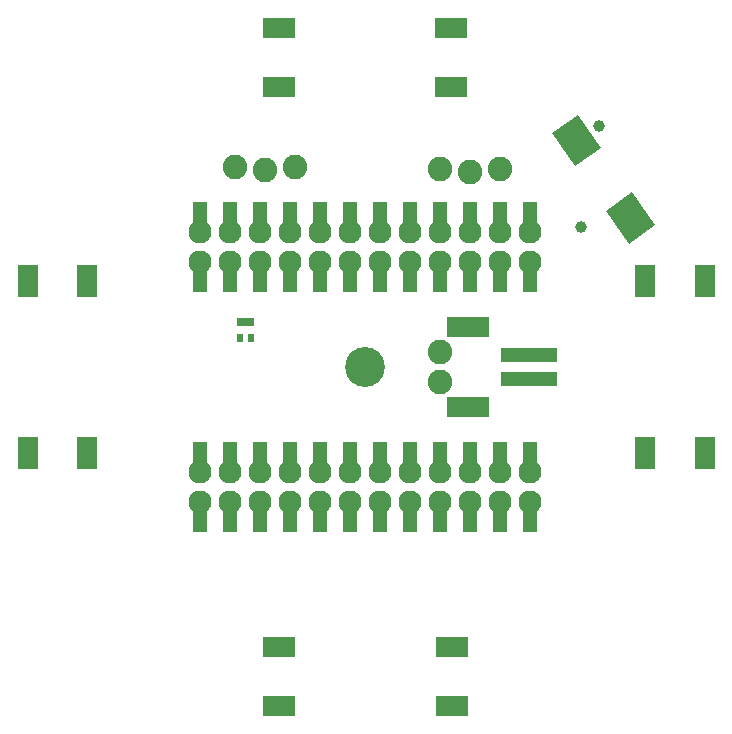
<source format=gbs>
G75*
%MOIN*%
%OFA0B0*%
%FSLAX25Y25*%
%IPPOS*%
%LPD*%
%AMOC8*
5,1,8,0,0,1.08239X$1,22.5*
%
%ADD10C,0.13300*%
%ADD11R,0.07099X0.10800*%
%ADD12R,0.10800X0.07099*%
%ADD13R,0.18910X0.04737*%
%ADD14R,0.14186X0.07099*%
%ADD15R,0.01981X0.02572*%
%ADD16C,0.08200*%
%ADD17R,0.13398X0.10643*%
%ADD18C,0.03950*%
%ADD19C,0.07700*%
%ADD20R,0.04700X0.08000*%
D10*
X0130800Y0131800D03*
D11*
X0038043Y0160540D03*
X0018357Y0160540D03*
X0018357Y0103060D03*
X0038043Y0103060D03*
X0224157Y0103060D03*
X0243843Y0103060D03*
X0243843Y0160540D03*
X0224157Y0160540D03*
D12*
X0102060Y0018757D03*
X0102060Y0038443D03*
X0159540Y0038443D03*
X0159540Y0018757D03*
X0159440Y0225157D03*
X0159440Y0244843D03*
X0101960Y0244843D03*
X0101960Y0225157D03*
D13*
X0185367Y0135737D03*
X0185367Y0127863D03*
D14*
X0164894Y0118414D03*
X0164894Y0145186D03*
D15*
X0092769Y0146800D03*
X0090800Y0146800D03*
X0088831Y0146800D03*
X0088831Y0141485D03*
X0092769Y0141485D03*
D16*
X0155800Y0136800D03*
X0155800Y0126800D03*
X0165800Y0196800D03*
X0155800Y0197800D03*
X0175800Y0197800D03*
X0107300Y0198300D03*
X0097300Y0197300D03*
X0087300Y0198300D03*
D17*
G36*
X0200651Y0198661D02*
X0192966Y0209635D01*
X0201683Y0215739D01*
X0209368Y0204765D01*
X0200651Y0198661D01*
G37*
G36*
X0218717Y0172861D02*
X0211032Y0183835D01*
X0219749Y0189939D01*
X0227434Y0178965D01*
X0218717Y0172861D01*
G37*
D18*
X0202703Y0178237D03*
X0208649Y0211958D03*
D19*
X0185800Y0176800D03*
X0175800Y0176800D03*
X0165800Y0176800D03*
X0155800Y0176800D03*
X0145800Y0176800D03*
X0135800Y0176800D03*
X0125800Y0176800D03*
X0115800Y0176800D03*
X0105800Y0176800D03*
X0095800Y0176800D03*
X0085800Y0176800D03*
X0075800Y0176800D03*
X0075800Y0166800D03*
X0085800Y0166800D03*
X0095800Y0166800D03*
X0105800Y0166800D03*
X0115800Y0166800D03*
X0125800Y0166800D03*
X0135800Y0166800D03*
X0145800Y0166800D03*
X0155800Y0166800D03*
X0165800Y0166800D03*
X0175800Y0166800D03*
X0185800Y0166800D03*
X0185800Y0096800D03*
X0175800Y0096800D03*
X0165800Y0096800D03*
X0155800Y0096800D03*
X0145800Y0096800D03*
X0135800Y0096800D03*
X0125800Y0096800D03*
X0115800Y0096800D03*
X0105800Y0096800D03*
X0095800Y0096800D03*
X0085800Y0096800D03*
X0075800Y0096800D03*
X0075800Y0086800D03*
X0085800Y0086800D03*
X0095800Y0086800D03*
X0105800Y0086800D03*
X0115800Y0086800D03*
X0125800Y0086800D03*
X0135800Y0086800D03*
X0145800Y0086800D03*
X0155800Y0086800D03*
X0165800Y0086800D03*
X0175800Y0086800D03*
X0185800Y0086800D03*
D20*
X0185800Y0080800D03*
X0175800Y0080800D03*
X0165800Y0080800D03*
X0155800Y0080800D03*
X0145800Y0080800D03*
X0135800Y0080800D03*
X0125800Y0080800D03*
X0115800Y0080800D03*
X0105800Y0080800D03*
X0095800Y0080800D03*
X0085800Y0080800D03*
X0075800Y0080800D03*
X0075800Y0102800D03*
X0085800Y0102800D03*
X0095800Y0102800D03*
X0105800Y0102800D03*
X0115800Y0102800D03*
X0125800Y0102800D03*
X0135800Y0102800D03*
X0145800Y0102800D03*
X0155800Y0102800D03*
X0165800Y0102800D03*
X0175800Y0102800D03*
X0185800Y0102800D03*
X0185800Y0160800D03*
X0175800Y0160800D03*
X0165800Y0160800D03*
X0155800Y0160800D03*
X0145800Y0160800D03*
X0135800Y0160800D03*
X0125800Y0160800D03*
X0115800Y0160800D03*
X0105800Y0160800D03*
X0095800Y0160800D03*
X0085800Y0160800D03*
X0075800Y0160800D03*
X0075800Y0182800D03*
X0085800Y0182800D03*
X0095800Y0182800D03*
X0105800Y0182800D03*
X0115800Y0182800D03*
X0125800Y0182800D03*
X0135800Y0182800D03*
X0145800Y0182800D03*
X0155800Y0182800D03*
X0165800Y0182800D03*
X0175800Y0182800D03*
X0185800Y0182800D03*
M02*

</source>
